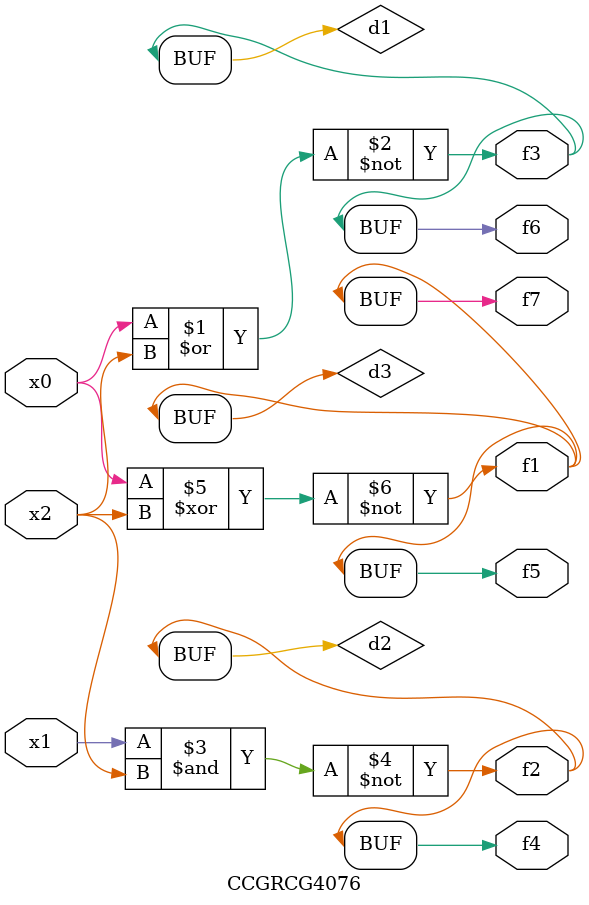
<source format=v>
module CCGRCG4076(
	input x0, x1, x2,
	output f1, f2, f3, f4, f5, f6, f7
);

	wire d1, d2, d3;

	nor (d1, x0, x2);
	nand (d2, x1, x2);
	xnor (d3, x0, x2);
	assign f1 = d3;
	assign f2 = d2;
	assign f3 = d1;
	assign f4 = d2;
	assign f5 = d3;
	assign f6 = d1;
	assign f7 = d3;
endmodule

</source>
